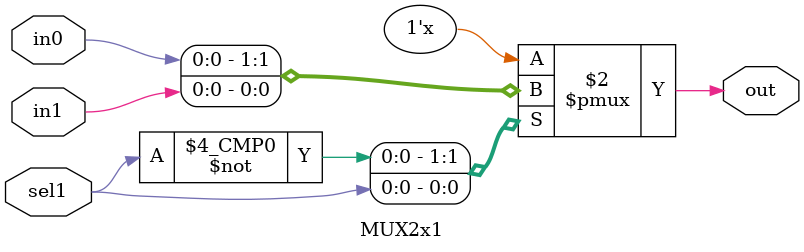
<source format=sv>
`timescale 1ns / 1ps


module MUX2x1(input logic sel1, 
                input in0, in1,
                output logic out
    );
    
    always @(sel1 or in0 or in1) begin
        case(sel1)
            1'b0: begin out= in0 ; end
            1'b1: begin out= in1 ; end
        endcase
    end
endmodule

</source>
